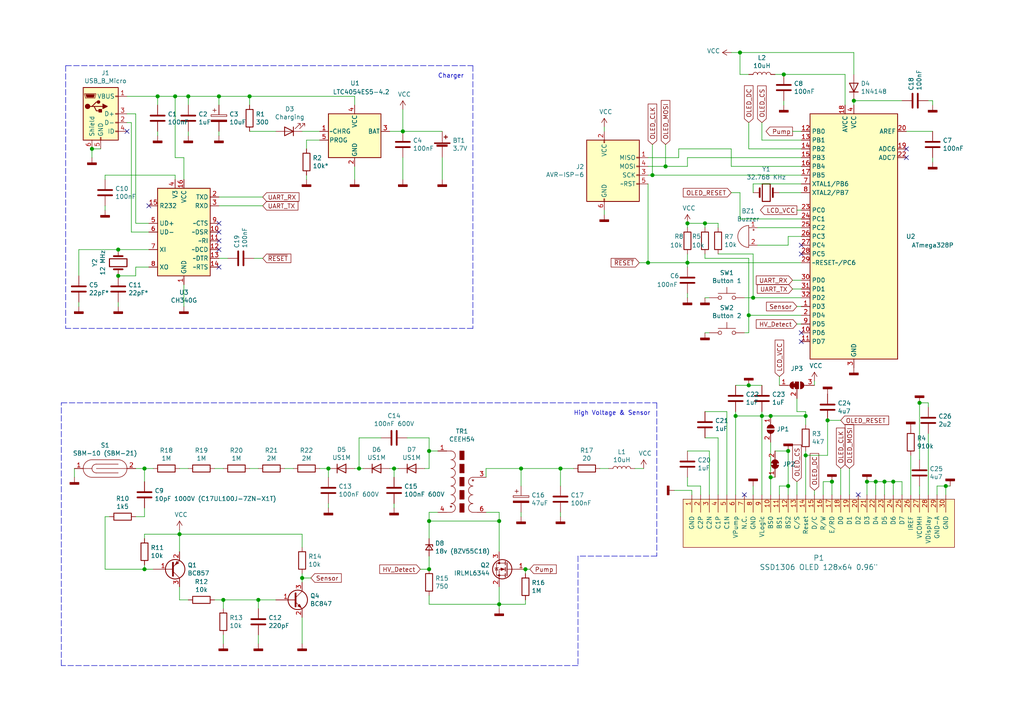
<source format=kicad_sch>
(kicad_sch (version 20210621) (generator eeschema)
  (paper "A4")
  (title_block (title "Nanit") (date "2021-07-26") (rev "C") (comment 1 "https://github.com/nanit") (comment 2 "PCB by Andy Karpov") (comment 3 "Original project by MadOrc"))
  (junction (at 26.67 43.18) (diameter 1.016))
  (junction (at 34.29 72.39) (diameter 1.016))
  (junction (at 34.29 80.01) (diameter 1.016))
  (junction (at 41.91 135.89) (diameter 1.016))
  (junction (at 41.91 165.1) (diameter 1.016))
  (junction (at 45.72 27.94) (diameter 1.016))
  (junction (at 50.8 27.94) (diameter 1.016))
  (junction (at 52.07 154.94) (diameter 1.016))
  (junction (at 54.61 27.94) (diameter 1.016))
  (junction (at 63.5 27.94) (diameter 1.016))
  (junction (at 64.77 173.99) (diameter 1.016))
  (junction (at 72.39 27.94) (diameter 1.016))
  (junction (at 74.93 173.99) (diameter 1.016))
  (junction (at 87.63 167.64) (diameter 1.016))
  (junction (at 95.25 135.89) (diameter 1.016))
  (junction (at 104.14 135.89) (diameter 1.016))
  (junction (at 114.3 135.89) (diameter 1.016))
  (junction (at 116.84 38.1) (diameter 1.016))
  (junction (at 124.46 130.81) (diameter 1.016))
  (junction (at 124.46 151.13) (diameter 1.016))
  (junction (at 124.46 165.1) (diameter 1.016))
  (junction (at 144.78 151.13) (diameter 1.016))
  (junction (at 144.78 175.26) (diameter 1.016))
  (junction (at 151.13 135.89) (diameter 1.016))
  (junction (at 152.4 165.1) (diameter 1.016))
  (junction (at 162.56 135.89) (diameter 1.016))
  (junction (at 187.96 76.2) (diameter 1.016))
  (junction (at 189.23 50.8) (diameter 1.016))
  (junction (at 193.04 48.26) (diameter 1.016))
  (junction (at 199.39 64.77) (diameter 1.016))
  (junction (at 199.39 76.2) (diameter 1.016))
  (junction (at 204.47 64.77) (diameter 1.016))
  (junction (at 213.36 120.65) (diameter 1.016))
  (junction (at 214.63 15.24) (diameter 1.016))
  (junction (at 217.17 91.44) (diameter 1.016))
  (junction (at 217.17 111.76) (diameter 1.016))
  (junction (at 218.44 86.36) (diameter 1.016))
  (junction (at 220.98 120.65) (diameter 1.016))
  (junction (at 223.52 120.65) (diameter 1.016))
  (junction (at 223.52 138.43) (diameter 1.016))
  (junction (at 227.33 21.59) (diameter 1.016))
  (junction (at 228.6 130.81) (diameter 1.016))
  (junction (at 228.6 140.97) (diameter 1.016))
  (junction (at 233.68 120.65) (diameter 1.016))
  (junction (at 233.68 132.08) (diameter 1.016))
  (junction (at 240.03 121.92) (diameter 1.016))
  (junction (at 241.3 139.7) (diameter 1.016))
  (junction (at 247.65 29.21) (diameter 1.016))
  (junction (at 251.46 139.7) (diameter 1.016))
  (junction (at 254 139.7) (diameter 1.016))
  (junction (at 256.54 139.7) (diameter 1.016))
  (junction (at 259.08 139.7) (diameter 1.016))
  (junction (at 266.7 116.84) (diameter 1.016))
  (junction (at 274.32 140.97) (diameter 1.016))
  (no_connect (at 36.83 38.1))
  (no_connect (at 43.18 59.69))
  (no_connect (at 63.5 64.77))
  (no_connect (at 63.5 67.31))
  (no_connect (at 63.5 69.85))
  (no_connect (at 63.5 72.39))
  (no_connect (at 63.5 77.47))
  (no_connect (at 215.9 143.51))
  (no_connect (at 232.41 71.12))
  (no_connect (at 232.41 73.66))
  (no_connect (at 232.41 96.52))
  (no_connect (at 232.41 99.06))
  (no_connect (at 248.92 143.51))
  (no_connect (at 262.89 43.18))
  (no_connect (at 262.89 45.72))
  (wire (pts (xy 21.59 135.89) (xy 21.59 138.43)))
  (wire (pts (xy 22.86 72.39) (xy 34.29 72.39)))
  (wire (pts (xy 22.86 80.01) (xy 22.86 72.39)))
  (wire (pts (xy 22.86 88.9) (xy 22.86 87.63)))
  (wire (pts (xy 26.67 45.72) (xy 26.67 43.18)))
  (wire (pts (xy 29.21 43.18) (xy 26.67 43.18)))
  (wire (pts (xy 30.48 50.8) (xy 50.8 50.8)))
  (wire (pts (xy 30.48 52.07) (xy 30.48 50.8)))
  (wire (pts (xy 30.48 60.96) (xy 30.48 59.69)))
  (wire (pts (xy 30.48 149.86) (xy 30.48 165.1)))
  (wire (pts (xy 30.48 165.1) (xy 41.91 165.1)))
  (wire (pts (xy 31.75 149.86) (xy 30.48 149.86)))
  (wire (pts (xy 34.29 72.39) (xy 43.18 72.39)))
  (wire (pts (xy 34.29 80.01) (xy 39.37 80.01)))
  (wire (pts (xy 34.29 88.9) (xy 34.29 87.63)))
  (wire (pts (xy 36.83 27.94) (xy 45.72 27.94)))
  (wire (pts (xy 36.83 33.02) (xy 39.37 33.02)))
  (wire (pts (xy 36.83 35.56) (xy 38.1 35.56)))
  (wire (pts (xy 38.1 35.56) (xy 38.1 67.31)))
  (wire (pts (xy 38.1 67.31) (xy 43.18 67.31)))
  (wire (pts (xy 39.37 33.02) (xy 39.37 64.77)))
  (wire (pts (xy 39.37 64.77) (xy 43.18 64.77)))
  (wire (pts (xy 39.37 77.47) (xy 43.18 77.47)))
  (wire (pts (xy 39.37 80.01) (xy 39.37 77.47)))
  (wire (pts (xy 39.37 135.89) (xy 41.91 135.89)))
  (wire (pts (xy 41.91 135.89) (xy 44.45 135.89)))
  (wire (pts (xy 41.91 139.7) (xy 41.91 135.89)))
  (wire (pts (xy 41.91 147.32) (xy 41.91 149.86)))
  (wire (pts (xy 41.91 149.86) (xy 39.37 149.86)))
  (wire (pts (xy 41.91 154.94) (xy 52.07 154.94)))
  (wire (pts (xy 41.91 156.21) (xy 41.91 154.94)))
  (wire (pts (xy 41.91 163.83) (xy 41.91 165.1)))
  (wire (pts (xy 41.91 165.1) (xy 44.45 165.1)))
  (wire (pts (xy 45.72 27.94) (xy 45.72 30.48)))
  (wire (pts (xy 45.72 27.94) (xy 50.8 27.94)))
  (wire (pts (xy 45.72 39.37) (xy 45.72 38.1)))
  (wire (pts (xy 50.8 27.94) (xy 54.61 27.94)))
  (wire (pts (xy 50.8 45.72) (xy 50.8 27.94)))
  (wire (pts (xy 50.8 50.8) (xy 50.8 52.07)))
  (wire (pts (xy 52.07 135.89) (xy 54.61 135.89)))
  (wire (pts (xy 52.07 153.67) (xy 52.07 154.94)))
  (wire (pts (xy 52.07 154.94) (xy 52.07 160.02)))
  (wire (pts (xy 52.07 154.94) (xy 87.63 154.94)))
  (wire (pts (xy 52.07 170.18) (xy 52.07 173.99)))
  (wire (pts (xy 52.07 173.99) (xy 54.61 173.99)))
  (wire (pts (xy 53.34 45.72) (xy 50.8 45.72)))
  (wire (pts (xy 53.34 52.07) (xy 53.34 45.72)))
  (wire (pts (xy 53.34 82.55) (xy 53.34 88.9)))
  (wire (pts (xy 54.61 27.94) (xy 63.5 27.94)))
  (wire (pts (xy 54.61 30.48) (xy 54.61 27.94)))
  (wire (pts (xy 54.61 39.37) (xy 54.61 38.1)))
  (wire (pts (xy 62.23 135.89) (xy 64.77 135.89)))
  (wire (pts (xy 62.23 173.99) (xy 64.77 173.99)))
  (wire (pts (xy 63.5 27.94) (xy 72.39 27.94)))
  (wire (pts (xy 63.5 30.48) (xy 63.5 27.94)))
  (wire (pts (xy 63.5 39.37) (xy 63.5 38.1)))
  (wire (pts (xy 63.5 57.15) (xy 76.2 57.15)))
  (wire (pts (xy 63.5 59.69) (xy 76.2 59.69)))
  (wire (pts (xy 63.5 74.93) (xy 66.04 74.93)))
  (wire (pts (xy 64.77 173.99) (xy 74.93 173.99)))
  (wire (pts (xy 64.77 176.53) (xy 64.77 173.99)))
  (wire (pts (xy 64.77 186.69) (xy 64.77 184.15)))
  (wire (pts (xy 72.39 27.94) (xy 102.87 27.94)))
  (wire (pts (xy 72.39 30.48) (xy 72.39 27.94)))
  (wire (pts (xy 72.39 38.1) (xy 80.01 38.1)))
  (wire (pts (xy 72.39 135.89) (xy 74.93 135.89)))
  (wire (pts (xy 73.66 74.93) (xy 76.2 74.93)))
  (wire (pts (xy 74.93 173.99) (xy 80.01 173.99)))
  (wire (pts (xy 74.93 176.53) (xy 74.93 173.99)))
  (wire (pts (xy 74.93 186.69) (xy 74.93 184.15)))
  (wire (pts (xy 82.55 135.89) (xy 85.09 135.89)))
  (wire (pts (xy 87.63 38.1) (xy 92.71 38.1)))
  (wire (pts (xy 87.63 154.94) (xy 87.63 158.75)))
  (wire (pts (xy 87.63 166.37) (xy 87.63 167.64)))
  (wire (pts (xy 87.63 167.64) (xy 87.63 168.91)))
  (wire (pts (xy 87.63 179.07) (xy 87.63 186.69)))
  (wire (pts (xy 88.9 40.64) (xy 88.9 43.18)))
  (wire (pts (xy 88.9 52.07) (xy 88.9 50.8)))
  (wire (pts (xy 90.17 167.64) (xy 87.63 167.64)))
  (wire (pts (xy 92.71 40.64) (xy 88.9 40.64)))
  (wire (pts (xy 92.71 135.89) (xy 95.25 135.89)))
  (wire (pts (xy 95.25 138.43) (xy 95.25 135.89)))
  (wire (pts (xy 95.25 147.32) (xy 95.25 146.05)))
  (wire (pts (xy 102.87 27.94) (xy 102.87 30.48)))
  (wire (pts (xy 102.87 48.26) (xy 102.87 52.07)))
  (wire (pts (xy 102.87 135.89) (xy 104.14 135.89)))
  (wire (pts (xy 104.14 127) (xy 104.14 135.89)))
  (wire (pts (xy 104.14 135.89) (xy 105.41 135.89)))
  (wire (pts (xy 110.49 127) (xy 104.14 127)))
  (wire (pts (xy 113.03 38.1) (xy 116.84 38.1)))
  (wire (pts (xy 113.03 135.89) (xy 114.3 135.89)))
  (wire (pts (xy 114.3 135.89) (xy 115.57 135.89)))
  (wire (pts (xy 114.3 138.43) (xy 114.3 135.89)))
  (wire (pts (xy 114.3 147.32) (xy 114.3 146.05)))
  (wire (pts (xy 116.84 31.75) (xy 116.84 38.1)))
  (wire (pts (xy 116.84 38.1) (xy 128.27 38.1)))
  (wire (pts (xy 116.84 52.07) (xy 116.84 45.72)))
  (wire (pts (xy 118.11 127) (xy 124.46 127)))
  (wire (pts (xy 121.92 165.1) (xy 124.46 165.1)))
  (wire (pts (xy 123.19 135.89) (xy 124.46 135.89)))
  (wire (pts (xy 124.46 127) (xy 124.46 130.81)))
  (wire (pts (xy 124.46 130.81) (xy 124.46 135.89)))
  (wire (pts (xy 124.46 148.59) (xy 127 148.59)))
  (wire (pts (xy 124.46 151.13) (xy 124.46 148.59)))
  (wire (pts (xy 124.46 151.13) (xy 144.78 151.13)))
  (wire (pts (xy 124.46 156.21) (xy 124.46 151.13)))
  (wire (pts (xy 124.46 165.1) (xy 124.46 161.29)))
  (wire (pts (xy 124.46 172.72) (xy 124.46 175.26)))
  (wire (pts (xy 124.46 175.26) (xy 144.78 175.26)))
  (wire (pts (xy 127 130.81) (xy 124.46 130.81)))
  (wire (pts (xy 128.27 45.72) (xy 128.27 52.07)))
  (wire (pts (xy 140.97 135.89) (xy 140.97 138.43)))
  (wire (pts (xy 140.97 148.59) (xy 144.78 148.59)))
  (wire (pts (xy 144.78 148.59) (xy 144.78 151.13)))
  (wire (pts (xy 144.78 151.13) (xy 144.78 160.02)))
  (wire (pts (xy 144.78 170.18) (xy 144.78 175.26)))
  (wire (pts (xy 144.78 175.26) (xy 152.4 175.26)))
  (wire (pts (xy 144.78 176.53) (xy 144.78 175.26)))
  (wire (pts (xy 151.13 135.89) (xy 140.97 135.89)))
  (wire (pts (xy 151.13 135.89) (xy 162.56 135.89)))
  (wire (pts (xy 151.13 140.97) (xy 151.13 135.89)))
  (wire (pts (xy 151.13 149.86) (xy 151.13 148.59)))
  (wire (pts (xy 152.4 165.1) (xy 152.4 166.37)))
  (wire (pts (xy 152.4 175.26) (xy 152.4 173.99)))
  (wire (pts (xy 153.67 165.1) (xy 152.4 165.1)))
  (wire (pts (xy 162.56 135.89) (xy 166.37 135.89)))
  (wire (pts (xy 162.56 140.97) (xy 162.56 135.89)))
  (wire (pts (xy 162.56 149.86) (xy 162.56 148.59)))
  (wire (pts (xy 173.99 135.89) (xy 176.53 135.89)))
  (wire (pts (xy 175.26 38.1) (xy 175.26 36.83)))
  (wire (pts (xy 175.26 62.23) (xy 175.26 60.96)))
  (wire (pts (xy 184.15 135.89) (xy 186.69 135.89)))
  (wire (pts (xy 185.42 76.2) (xy 187.96 76.2)))
  (wire (pts (xy 187.96 45.72) (xy 196.85 45.72)))
  (wire (pts (xy 187.96 48.26) (xy 193.04 48.26)))
  (wire (pts (xy 187.96 50.8) (xy 189.23 50.8)))
  (wire (pts (xy 187.96 53.34) (xy 187.96 76.2)))
  (wire (pts (xy 187.96 76.2) (xy 199.39 76.2)))
  (wire (pts (xy 189.23 41.91) (xy 189.23 50.8)))
  (wire (pts (xy 189.23 50.8) (xy 232.41 50.8)))
  (wire (pts (xy 193.04 41.91) (xy 193.04 48.26)))
  (wire (pts (xy 193.04 48.26) (xy 199.39 48.26)))
  (wire (pts (xy 195.58 142.24) (xy 200.66 142.24)))
  (wire (pts (xy 196.85 43.18) (xy 212.09 43.18)))
  (wire (pts (xy 196.85 45.72) (xy 196.85 43.18)))
  (wire (pts (xy 199.39 45.72) (xy 232.41 45.72)))
  (wire (pts (xy 199.39 48.26) (xy 199.39 45.72)))
  (wire (pts (xy 199.39 66.04) (xy 199.39 64.77)))
  (wire (pts (xy 199.39 76.2) (xy 199.39 73.66)))
  (wire (pts (xy 199.39 77.47) (xy 199.39 76.2)))
  (wire (pts (xy 199.39 86.36) (xy 199.39 85.09)))
  (wire (pts (xy 199.39 130.81) (xy 205.74 130.81)))
  (wire (pts (xy 199.39 138.43) (xy 199.39 140.97)))
  (wire (pts (xy 199.39 140.97) (xy 203.2 140.97)))
  (wire (pts (xy 200.66 142.24) (xy 200.66 143.51)))
  (wire (pts (xy 203.2 140.97) (xy 203.2 143.51)))
  (wire (pts (xy 204.47 64.77) (xy 199.39 64.77)))
  (wire (pts (xy 204.47 66.04) (xy 204.47 64.77)))
  (wire (pts (xy 204.47 73.66) (xy 204.47 74.93)))
  (wire (pts (xy 204.47 74.93) (xy 217.17 74.93)))
  (wire (pts (xy 204.47 86.36) (xy 205.74 86.36)))
  (wire (pts (xy 204.47 96.52) (xy 205.74 96.52)))
  (wire (pts (xy 204.47 119.38) (xy 210.82 119.38)))
  (wire (pts (xy 204.47 127) (xy 208.28 127)))
  (wire (pts (xy 205.74 130.81) (xy 205.74 143.51)))
  (wire (pts (xy 208.28 64.77) (xy 204.47 64.77)))
  (wire (pts (xy 208.28 66.04) (xy 208.28 64.77)))
  (wire (pts (xy 208.28 127) (xy 208.28 143.51)))
  (wire (pts (xy 210.82 119.38) (xy 210.82 143.51)))
  (wire (pts (xy 212.09 15.24) (xy 214.63 15.24)))
  (wire (pts (xy 212.09 43.18) (xy 212.09 48.26)))
  (wire (pts (xy 212.09 48.26) (xy 232.41 48.26)))
  (wire (pts (xy 213.36 111.76) (xy 217.17 111.76)))
  (wire (pts (xy 213.36 119.38) (xy 213.36 120.65)))
  (wire (pts (xy 213.36 120.65) (xy 213.36 143.51)))
  (wire (pts (xy 214.63 15.24) (xy 214.63 21.59)))
  (wire (pts (xy 214.63 21.59) (xy 217.17 21.59)))
  (wire (pts (xy 214.63 55.88) (xy 212.09 55.88)))
  (wire (pts (xy 214.63 63.5) (xy 214.63 55.88)))
  (wire (pts (xy 214.63 63.5) (xy 232.41 63.5)))
  (wire (pts (xy 215.9 86.36) (xy 218.44 86.36)))
  (wire (pts (xy 217.17 35.56) (xy 217.17 43.18)))
  (wire (pts (xy 217.17 43.18) (xy 232.41 43.18)))
  (wire (pts (xy 217.17 74.93) (xy 217.17 91.44)))
  (wire (pts (xy 217.17 91.44) (xy 217.17 96.52)))
  (wire (pts (xy 217.17 91.44) (xy 232.41 91.44)))
  (wire (pts (xy 217.17 96.52) (xy 215.9 96.52)))
  (wire (pts (xy 217.17 111.76) (xy 220.98 111.76)))
  (wire (pts (xy 218.44 53.34) (xy 232.41 53.34)))
  (wire (pts (xy 218.44 55.88) (xy 218.44 53.34)))
  (wire (pts (xy 218.44 73.66) (xy 208.28 73.66)))
  (wire (pts (xy 218.44 86.36) (xy 218.44 73.66)))
  (wire (pts (xy 218.44 86.36) (xy 232.41 86.36)))
  (wire (pts (xy 218.44 140.97) (xy 218.44 143.51)))
  (wire (pts (xy 219.71 66.04) (xy 232.41 66.04)))
  (wire (pts (xy 219.71 71.12) (xy 228.6 71.12)))
  (wire (pts (xy 220.98 35.56) (xy 220.98 40.64)))
  (wire (pts (xy 220.98 40.64) (xy 232.41 40.64)))
  (wire (pts (xy 220.98 119.38) (xy 220.98 120.65)))
  (wire (pts (xy 220.98 120.65) (xy 213.36 120.65)))
  (wire (pts (xy 220.98 120.65) (xy 220.98 143.51)))
  (wire (pts (xy 223.52 120.65) (xy 220.98 120.65)))
  (wire (pts (xy 223.52 120.65) (xy 233.68 120.65)))
  (wire (pts (xy 223.52 128.27) (xy 223.52 138.43)))
  (wire (pts (xy 223.52 138.43) (xy 223.52 143.51)))
  (wire (pts (xy 224.79 21.59) (xy 227.33 21.59)))
  (wire (pts (xy 224.79 130.81) (xy 228.6 130.81)))
  (wire (pts (xy 224.79 138.43) (xy 223.52 138.43)))
  (wire (pts (xy 226.06 55.88) (xy 232.41 55.88)))
  (wire (pts (xy 226.06 109.22) (xy 226.06 111.76)))
  (wire (pts (xy 226.06 140.97) (xy 228.6 140.97)))
  (wire (pts (xy 226.06 143.51) (xy 226.06 140.97)))
  (wire (pts (xy 227.33 21.59) (xy 245.11 21.59)))
  (wire (pts (xy 227.33 29.21) (xy 227.33 30.48)))
  (wire (pts (xy 228.6 68.58) (xy 232.41 68.58)))
  (wire (pts (xy 228.6 71.12) (xy 228.6 68.58)))
  (wire (pts (xy 228.6 130.81) (xy 228.6 140.97)))
  (wire (pts (xy 228.6 140.97) (xy 228.6 143.51)))
  (wire (pts (xy 229.87 38.1) (xy 232.41 38.1)))
  (wire (pts (xy 229.87 81.28) (xy 232.41 81.28)))
  (wire (pts (xy 229.87 83.82) (xy 232.41 83.82)))
  (wire (pts (xy 231.14 60.96) (xy 232.41 60.96)))
  (wire (pts (xy 231.14 88.9) (xy 232.41 88.9)))
  (wire (pts (xy 231.14 93.98) (xy 232.41 93.98)))
  (wire (pts (xy 231.14 115.57) (xy 231.14 119.38)))
  (wire (pts (xy 231.14 119.38) (xy 233.68 119.38)))
  (wire (pts (xy 231.14 139.7) (xy 231.14 143.51)))
  (wire (pts (xy 232.41 76.2) (xy 199.39 76.2)))
  (wire (pts (xy 233.68 119.38) (xy 233.68 120.65)))
  (wire (pts (xy 233.68 120.65) (xy 233.68 123.19)))
  (wire (pts (xy 233.68 130.81) (xy 233.68 132.08)))
  (wire (pts (xy 233.68 132.08) (xy 233.68 143.51)))
  (wire (pts (xy 236.22 110.49) (xy 236.22 111.76)))
  (wire (pts (xy 236.22 142.24) (xy 236.22 143.51)))
  (wire (pts (xy 238.76 139.7) (xy 241.3 139.7)))
  (wire (pts (xy 238.76 143.51) (xy 238.76 139.7)))
  (wire (pts (xy 240.03 121.92) (xy 240.03 132.08)))
  (wire (pts (xy 240.03 132.08) (xy 233.68 132.08)))
  (wire (pts (xy 241.3 139.7) (xy 241.3 143.51)))
  (wire (pts (xy 243.84 121.92) (xy 240.03 121.92)))
  (wire (pts (xy 243.84 135.89) (xy 243.84 143.51)))
  (wire (pts (xy 245.11 21.59) (xy 245.11 30.48)))
  (wire (pts (xy 246.38 135.89) (xy 246.38 143.51)))
  (wire (pts (xy 247.65 15.24) (xy 214.63 15.24)))
  (wire (pts (xy 247.65 21.59) (xy 247.65 15.24)))
  (wire (pts (xy 247.65 30.48) (xy 247.65 29.21)))
  (wire (pts (xy 251.46 139.7) (xy 254 139.7)))
  (wire (pts (xy 251.46 143.51) (xy 251.46 139.7)))
  (wire (pts (xy 254 139.7) (xy 254 143.51)))
  (wire (pts (xy 254 139.7) (xy 256.54 139.7)))
  (wire (pts (xy 256.54 139.7) (xy 256.54 143.51)))
  (wire (pts (xy 256.54 139.7) (xy 259.08 139.7)))
  (wire (pts (xy 259.08 139.7) (xy 259.08 143.51)))
  (wire (pts (xy 259.08 139.7) (xy 261.62 139.7)))
  (wire (pts (xy 261.62 29.21) (xy 247.65 29.21)))
  (wire (pts (xy 261.62 139.7) (xy 261.62 143.51)))
  (wire (pts (xy 262.89 38.1) (xy 270.51 38.1)))
  (wire (pts (xy 264.16 132.08) (xy 264.16 143.51)))
  (wire (pts (xy 266.7 116.84) (xy 266.7 133.35)))
  (wire (pts (xy 266.7 116.84) (xy 269.24 116.84)))
  (wire (pts (xy 266.7 140.97) (xy 266.7 143.51)))
  (wire (pts (xy 269.24 29.21) (xy 270.51 29.21)))
  (wire (pts (xy 269.24 116.84) (xy 269.24 118.11)))
  (wire (pts (xy 269.24 125.73) (xy 269.24 143.51)))
  (wire (pts (xy 270.51 29.21) (xy 270.51 30.48)))
  (wire (pts (xy 270.51 46.99) (xy 270.51 45.72)))
  (wire (pts (xy 271.78 140.97) (xy 274.32 140.97)))
  (wire (pts (xy 271.78 143.51) (xy 271.78 140.97)))
  (wire (pts (xy 274.32 140.97) (xy 275.59 140.97)))
  (wire (pts (xy 274.32 143.51) (xy 274.32 140.97)))
  (polyline (pts (xy 17.78 116.84) (xy 190.5 116.84)) (stroke (width 0) (type dash)))
  (polyline (pts (xy 17.78 193.04) (xy 17.78 116.84)) (stroke (width 0) (type dash)))
  (polyline (pts (xy 19.05 19.05) (xy 19.05 95.25)) (stroke (width 0) (type dash)))
  (polyline (pts (xy 19.05 19.05) (xy 137.16 19.05)) (stroke (width 0) (type dash)))
  (polyline (pts (xy 137.16 19.05) (xy 137.16 95.25)) (stroke (width 0) (type dash)))
  (polyline (pts (xy 137.16 95.25) (xy 19.05 95.25)) (stroke (width 0) (type dash)))
  (polyline (pts (xy 167.64 161.29) (xy 167.64 193.04)) (stroke (width 0) (type dash)))
  (polyline (pts (xy 167.64 193.04) (xy 17.78 193.04)) (stroke (width 0) (type dash)))
  (polyline (pts (xy 190.5 116.84) (xy 190.5 161.29)) (stroke (width 0) (type dash)))
  (polyline (pts (xy 190.5 161.29) (xy 167.64 161.29)) (stroke (width 0) (type dash)))
  (text "Charger" (at 127 22.86 0) (effects (font (size 1.27 1.27)) (justify left bottom)))
  (text "High Voltage & Sensor\n" (at 166.37 120.65 0) (effects (font (size 1.27 1.27)) (justify left bottom)))
  (global_label "UART_RX" (shape input) (at 76.2 57.15 0) (property "Intersheet References" "${INTERSHEET_REFS}" (effects hide)))
  (global_label "UART_TX" (shape input) (at 76.2 59.69 0) (property "Intersheet References" "${INTERSHEET_REFS}" (effects hide)))
  (global_label "~{RESET}" (shape input) (at 76.2 74.93 0) (property "Intersheet References" "${INTERSHEET_REFS}" (effects hide)))
  (global_label "Sensor" (shape input) (at 90.17 167.64 0) (property "Intersheet References" "${INTERSHEET_REFS}" (effects hide)))
  (global_label "HV_Detect" (shape input) (at 121.92 165.1 180) (property "Intersheet References" "${INTERSHEET_REFS}" (effects hide)))
  (global_label "Pump" (shape input) (at 153.67 165.1 0) (property "Intersheet References" "${INTERSHEET_REFS}" (effects hide)))
  (global_label "~{RESET}" (shape input) (at 185.42 76.2 180) (property "Intersheet References" "${INTERSHEET_REFS}" (effects hide)))
  (global_label "OLED_CLK" (shape input) (at 189.23 41.91 90) (property "Intersheet References" "${INTERSHEET_REFS}" (effects hide)))
  (global_label "OLED_MOSI" (shape input) (at 193.04 41.91 90) (property "Intersheet References" "${INTERSHEET_REFS}" (effects hide)))
  (global_label "OLED_RESET" (shape input) (at 212.09 55.88 180) (property "Intersheet References" "${INTERSHEET_REFS}" (effects hide)))
  (global_label "OLED_DC" (shape input) (at 217.17 35.56 90) (property "Intersheet References" "${INTERSHEET_REFS}" (effects hide)))
  (global_label "OLED_CS" (shape input) (at 220.98 35.56 90) (property "Intersheet References" "${INTERSHEET_REFS}" (effects hide)))
  (global_label "LCD_VCC" (shape input) (at 226.06 109.22 90) (property "Intersheet References" "${INTERSHEET_REFS}" (effects hide)))
  (global_label "Pump" (shape output) (at 229.87 38.1 180) (property "Intersheet References" "${INTERSHEET_REFS}" (effects hide)))
  (global_label "UART_RX" (shape input) (at 229.87 81.28 180) (property "Intersheet References" "${INTERSHEET_REFS}" (effects hide)))
  (global_label "UART_TX" (shape input) (at 229.87 83.82 180) (property "Intersheet References" "${INTERSHEET_REFS}" (effects hide)))
  (global_label "LCD_VCC" (shape output) (at 231.14 60.96 180) (property "Intersheet References" "${INTERSHEET_REFS}" (effects hide)))
  (global_label "Sensor" (shape input) (at 231.14 88.9 180) (property "Intersheet References" "${INTERSHEET_REFS}" (effects hide)))
  (global_label "HV_Detect" (shape input) (at 231.14 93.98 180) (property "Intersheet References" "${INTERSHEET_REFS}" (effects hide)))
  (global_label "OLED_CS" (shape input) (at 231.14 139.7 90) (property "Intersheet References" "${INTERSHEET_REFS}" (effects hide)))
  (global_label "OLED_DC" (shape input) (at 236.22 142.24 90) (property "Intersheet References" "${INTERSHEET_REFS}" (effects hide)))
  (global_label "OLED_RESET" (shape input) (at 243.84 121.92 0) (property "Intersheet References" "${INTERSHEET_REFS}" (effects hide)))
  (global_label "OLED_CLK" (shape input) (at 243.84 135.89 90) (property "Intersheet References" "${INTERSHEET_REFS}" (effects hide)))
  (global_label "OLED_MOSI" (shape input) (at 246.38 135.89 90) (property "Intersheet References" "${INTERSHEET_REFS}" (effects hide)))
  (symbol (lib_id "power:VCC") (at 52.07 153.67 0) (unit 1)
    (property "Reference" "#PWR0113" (effects hide))
    (property "Value" "VCC" (at 52.5018 149.2758 0))
  )
  (symbol (lib_id "power:VCC") (at 116.84 31.75 0) (unit 1)
    (property "Reference" "#PWR0108" (effects hide))
    (property "Value" "VCC" (at 117.2718 27.3558 0))
  )
  (symbol (lib_id "power:VCC") (at 175.26 36.83 0) (unit 1)
    (property "Reference" "#PWR0134" (effects hide))
    (property "Value" "VCC" (at 175.6918 32.4358 0))
  )
  (symbol (lib_id "power:VCC") (at 186.69 135.89 0) (unit 1)
    (property "Reference" "#PWR0122" (effects hide))
    (property "Value" "VCC" (at 187.1218 131.4958 0))
  )
  (symbol (lib_id "power:VCC") (at 199.39 64.77 0) (unit 1)
    (property "Reference" "#PWR0127" (effects hide))
    (property "Value" "VCC" (at 199.8218 60.3758 0))
  )
  (symbol (lib_id "power:VCC") (at 212.09 15.24 90) (unit 1)
    (property "Reference" "#PWR0125" (effects hide))
    (property "Value" "VCC" (at 208.8642 14.7828 90) (effects (justify left)))
  )
  (symbol (lib_id "power:VCC") (at 236.22 110.49 0) (unit 1)
    (property "Reference" "#PWR0139" (effects hide))
    (property "Value" "VCC" (at 236.6518 106.0958 0))
  )
  (symbol (lib_id "power:GNDD") (at 21.59 138.43 0) (unit 1)
    (property "Reference" "#PWR0112" (effects hide))
    (property "Value" "GNDD" (effects hide))
  )
  (symbol (lib_id "power:GNDD") (at 22.86 88.9 0) (unit 1)
    (property "Reference" "#PWR0111" (effects hide))
    (property "Value" "GNDD" (effects hide))
  )
  (symbol (lib_id "power:GNDD") (at 26.67 45.72 0) (unit 1)
    (property "Reference" "#PWR0101" (effects hide))
    (property "Value" "GNDD" (effects hide))
  )
  (symbol (lib_id "power:GNDD") (at 30.48 60.96 0) (unit 1)
    (property "Reference" "#PWR0110" (effects hide))
    (property "Value" "GNDD" (effects hide))
  )
  (symbol (lib_id "power:GNDD") (at 34.29 88.9 0) (unit 1)
    (property "Reference" "#PWR0131" (effects hide))
    (property "Value" "GNDD" (effects hide))
  )
  (symbol (lib_id "power:GNDD") (at 45.72 39.37 0) (unit 1)
    (property "Reference" "#PWR0103" (effects hide))
    (property "Value" "GNDD" (effects hide))
  )
  (symbol (lib_id "power:GNDD") (at 53.34 88.9 0) (unit 1)
    (property "Reference" "#PWR0132" (effects hide))
    (property "Value" "GNDD" (effects hide))
  )
  (symbol (lib_id "power:GNDD") (at 54.61 39.37 0) (unit 1)
    (property "Reference" "#PWR0104" (effects hide))
    (property "Value" "GNDD" (effects hide))
  )
  (symbol (lib_id "power:GNDD") (at 63.5 39.37 0) (unit 1)
    (property "Reference" "#PWR0105" (effects hide))
    (property "Value" "GNDD" (effects hide))
  )
  (symbol (lib_id "power:GNDD") (at 64.77 186.69 0) (unit 1)
    (property "Reference" "#PWR0114" (effects hide))
    (property "Value" "GNDD" (effects hide))
  )
  (symbol (lib_id "power:GNDD") (at 74.93 186.69 0) (unit 1)
    (property "Reference" "#PWR0115" (effects hide))
    (property "Value" "GNDD" (effects hide))
  )
  (symbol (lib_id "power:GNDD") (at 87.63 186.69 0) (unit 1)
    (property "Reference" "#PWR0116" (effects hide))
    (property "Value" "GNDD" (effects hide))
  )
  (symbol (lib_id "power:GNDD") (at 88.9 52.07 0) (unit 1)
    (property "Reference" "#PWR0102" (effects hide))
    (property "Value" "GNDD" (effects hide))
  )
  (symbol (lib_id "power:GNDD") (at 95.25 147.32 0) (unit 1)
    (property "Reference" "#PWR0117" (effects hide))
    (property "Value" "GNDD" (effects hide))
  )
  (symbol (lib_id "power:GNDD") (at 102.87 52.07 0) (unit 1)
    (property "Reference" "#PWR0106" (effects hide))
    (property "Value" "GNDD" (effects hide))
  )
  (symbol (lib_id "power:GNDD") (at 114.3 147.32 0) (unit 1)
    (property "Reference" "#PWR0118" (effects hide))
    (property "Value" "GNDD" (effects hide))
  )
  (symbol (lib_id "power:GNDD") (at 116.84 52.07 0) (unit 1)
    (property "Reference" "#PWR0107" (effects hide))
    (property "Value" "GNDD" (effects hide))
  )
  (symbol (lib_id "power:GNDD") (at 128.27 52.07 0) (unit 1)
    (property "Reference" "#PWR0109" (effects hide))
    (property "Value" "GNDD" (effects hide))
  )
  (symbol (lib_id "power:GNDD") (at 144.78 176.53 0) (unit 1)
    (property "Reference" "#PWR0119" (effects hide))
    (property "Value" "GNDD" (effects hide))
  )
  (symbol (lib_id "power:GNDD") (at 151.13 149.86 0) (unit 1)
    (property "Reference" "#PWR0120" (effects hide))
    (property "Value" "GNDD" (effects hide))
  )
  (symbol (lib_id "power:GNDD") (at 162.56 149.86 0) (unit 1)
    (property "Reference" "#PWR0121" (effects hide))
    (property "Value" "GNDD" (effects hide))
  )
  (symbol (lib_id "power:GNDD") (at 175.26 62.23 0) (unit 1)
    (property "Reference" "#PWR0133" (effects hide))
    (property "Value" "GNDD" (effects hide))
  )
  (symbol (lib_id "power:GNDD") (at 195.58 142.24 270) (unit 1)
    (property "Reference" "#PWR0135" (effects hide))
    (property "Value" "GNDD" (effects hide))
  )
  (symbol (lib_id "power:GNDD") (at 199.39 86.36 0) (unit 1)
    (property "Reference" "#PWR0128" (effects hide))
    (property "Value" "GNDD" (effects hide))
  )
  (symbol (lib_id "power:GNDD") (at 204.47 86.36 0) (unit 1)
    (property "Reference" "#PWR0130" (effects hide))
    (property "Value" "GNDD" (effects hide))
  )
  (symbol (lib_id "power:GNDD") (at 204.47 96.52 0) (unit 1)
    (property "Reference" "#PWR0129" (effects hide))
    (property "Value" "GNDD" (effects hide))
  )
  (symbol (lib_id "power:GNDD") (at 217.17 111.76 180) (unit 1)
    (property "Reference" "#PWR0136" (effects hide))
    (property "Value" "GNDD" (effects hide))
  )
  (symbol (lib_id "power:GNDD") (at 218.44 140.97 180) (unit 1)
    (property "Reference" "#PWR0138" (effects hide))
    (property "Value" "GNDD" (effects hide))
  )
  (symbol (lib_id "power:GNDD") (at 227.33 30.48 0) (unit 1)
    (property "Reference" "#PWR0124" (effects hide))
    (property "Value" "GNDD" (effects hide))
  )
  (symbol (lib_id "power:GNDD") (at 228.6 130.81 180) (unit 1)
    (property "Reference" "#PWR0141" (effects hide))
    (property "Value" "GNDD" (effects hide))
  )
  (symbol (lib_id "power:GNDD") (at 240.03 114.3 180) (unit 1)
    (property "Reference" "#PWR0140" (effects hide))
    (property "Value" "GNDD" (effects hide))
  )
  (symbol (lib_id "power:GNDD") (at 241.3 139.7 180) (unit 1)
    (property "Reference" "#PWR0142" (effects hide))
    (property "Value" "GNDD" (effects hide))
  )
  (symbol (lib_id "power:GNDD") (at 247.65 106.68 0) (unit 1)
    (property "Reference" "#PWR0126" (effects hide))
    (property "Value" "GNDD" (effects hide))
  )
  (symbol (lib_id "power:GNDD") (at 251.46 139.7 180) (unit 1)
    (property "Reference" "#PWR0143" (effects hide))
    (property "Value" "GNDD" (effects hide))
  )
  (symbol (lib_id "power:GNDD") (at 264.16 124.46 180) (unit 1)
    (property "Reference" "#PWR0144" (effects hide))
    (property "Value" "GNDD" (effects hide))
  )
  (symbol (lib_id "power:GNDD") (at 266.7 116.84 180) (unit 1)
    (property "Reference" "#PWR0145" (effects hide))
    (property "Value" "GNDD" (effects hide))
  )
  (symbol (lib_id "power:GNDD") (at 270.51 30.48 0) (unit 1)
    (property "Reference" "#PWR0137" (effects hide))
    (property "Value" "GNDD" (effects hide))
  )
  (symbol (lib_id "power:GNDD") (at 270.51 46.99 0) (unit 1)
    (property "Reference" "#PWR0123" (effects hide))
    (property "Value" "GNDD" (effects hide))
  )
  (symbol (lib_id "power:GNDD") (at 275.59 140.97 180) (unit 1)
    (property "Reference" "#PWR0146" (effects hide))
    (property "Value" "GNDD" (effects hide))
  )
  (symbol (lib_id "Device:L") (at 180.34 135.89 90) (unit 1)
    (property "Reference" "L1" (at 180.34 131.064 90))
    (property "Value" "10uH" (at 180.34 133.3754 90))
    (property "Footprint" "Inductor_SMD:L_0805_2012Metric_Pad1.15x1.40mm_HandSolder" (effects hide))
  )
  (symbol (lib_id "Device:L") (at 220.98 21.59 90) (unit 1)
    (property "Reference" "L2" (at 220.98 16.764 90))
    (property "Value" "10uH" (at 220.98 19.0754 90))
    (property "Footprint" "Inductor_SMD:L_0805_2012Metric_Pad1.15x1.40mm_HandSolder" (effects hide))
  )
  (symbol (lib_id "Device:D_Zener_Small") (at 124.46 158.75 270) (unit 1)
    (property "Reference" "D8" (at 126.1872 157.5816 90) (effects (justify left)))
    (property "Value" "18v (BZV55C18)" (at 126.1872 159.893 90) (effects (justify left)))
    (property "Footprint" "Diode_SMD:D_MiniMELF" (effects hide))
  )
  (symbol (lib_id "Jumper:SolderJumper_2_Open") (at 223.52 124.46 270) (unit 1)
    (property "Reference" "JP1" (at 225.2472 124.46 90) (effects (justify left)))
    (property "Value" "SolderJumper_2_Open" (effects hide))
    (property "Footprint" "Jumper:SolderJumper-2_P1.3mm_Open_TrianglePad1.0x1.5mm" (effects hide))
  )
  (symbol (lib_id "Jumper:SolderJumper_2_Bridged") (at 224.79 134.62 90) (unit 1)
    (property "Reference" "JP2" (at 227.0252 134.62 90) (effects (justify right)))
    (property "Value" "SolderJumper_2_Open" (effects hide))
    (property "Footprint" "Jumper:SolderJumper-2_P1.3mm_Bridged_Pad1.0x1.5mm" (effects hide))
  )
  (symbol (lib_id "Device:R") (at 35.56 149.86 270) (unit 1)
    (property "Reference" "R10" (at 35.56 144.6022 90))
    (property "Value" "1k5" (at 35.56 146.9136 90))
    (property "Footprint" "Resistor_SMD:R_0805_2012Metric_Pad1.15x1.40mm_HandSolder" (effects hide))
  )
  (symbol (lib_id "Device:R") (at 41.91 160.02 0) (unit 1)
    (property "Reference" "R11" (at 43.688 158.8516 0) (effects (justify left)))
    (property "Value" "10k" (at 43.688 161.163 0) (effects (justify left)))
    (property "Footprint" "Resistor_SMD:R_0805_2012Metric_Pad1.15x1.40mm_HandSolder" (effects hide))
  )
  (symbol (lib_id "Device:R") (at 48.26 135.89 270) (unit 1)
    (property "Reference" "R18" (at 48.26 130.6322 90))
    (property "Value" "1M" (at 48.26 132.9436 90))
    (property "Footprint" "Resistor_SMD:R_0805_2012Metric_Pad1.15x1.40mm_HandSolder" (effects hide))
  )
  (symbol (lib_id "Device:R") (at 58.42 135.89 270) (unit 1)
    (property "Reference" "R19" (at 58.42 130.6322 90))
    (property "Value" "1M" (at 58.42 132.9436 90))
    (property "Footprint" "Resistor_SMD:R_0805_2012Metric_Pad1.15x1.40mm_HandSolder" (effects hide))
  )
  (symbol (lib_id "Device:R") (at 58.42 173.99 270) (unit 1)
    (property "Reference" "R12" (at 58.42 168.7322 90))
    (property "Value" "10k" (at 58.42 171.0436 90))
    (property "Footprint" "Resistor_SMD:R_0805_2012Metric_Pad1.15x1.40mm_HandSolder" (effects hide))
  )
  (symbol (lib_id "Device:R") (at 64.77 180.34 180) (unit 1)
    (property "Reference" "R13" (at 66.548 179.1716 0) (effects (justify right)))
    (property "Value" "10k" (at 66.548 181.483 0) (effects (justify right)))
    (property "Footprint" "Resistor_SMD:R_0805_2012Metric_Pad1.15x1.40mm_HandSolder" (effects hide))
  )
  (symbol (lib_id "Device:R") (at 68.58 135.89 270) (unit 1)
    (property "Reference" "R20" (at 68.58 130.6322 90))
    (property "Value" "1M" (at 68.58 132.9436 90))
    (property "Footprint" "Resistor_SMD:R_0805_2012Metric_Pad1.15x1.40mm_HandSolder" (effects hide))
  )
  (symbol (lib_id "Device:R") (at 72.39 34.29 0) (unit 1)
    (property "Reference" "R1" (at 74.168 33.1216 0) (effects (justify left)))
    (property "Value" "300" (at 74.168 35.433 0) (effects (justify left)))
    (property "Footprint" "Resistor_SMD:R_0805_2012Metric_Pad1.15x1.40mm_HandSolder" (effects hide))
  )
  (symbol (lib_id "Device:R") (at 78.74 135.89 270) (unit 1)
    (property "Reference" "R21" (at 78.74 130.6322 90))
    (property "Value" "2M" (at 78.74 132.9436 90))
    (property "Footprint" "Resistor_SMD:R_0805_2012Metric_Pad1.15x1.40mm_HandSolder" (effects hide))
  )
  (symbol (lib_id "Device:R") (at 87.63 162.56 180) (unit 1)
    (property "Reference" "R14" (at 89.408 161.3916 0) (effects (justify right)))
    (property "Value" "10k" (at 89.408 163.703 0) (effects (justify right)))
    (property "Footprint" "Resistor_SMD:R_0805_2012Metric_Pad1.15x1.40mm_HandSolder" (effects hide))
  )
  (symbol (lib_id "Device:R") (at 88.9 46.99 0) (unit 1)
    (property "Reference" "R2" (at 90.678 45.8216 0) (effects (justify left)))
    (property "Value" "10k*" (at 90.678 48.133 0) (effects (justify left)))
    (property "Footprint" "Resistor_SMD:R_0805_2012Metric_Pad1.15x1.40mm_HandSolder" (effects hide))
  )
  (symbol (lib_id "Device:R") (at 88.9 135.89 270) (unit 1)
    (property "Reference" "R22" (at 88.9 130.6322 90))
    (property "Value" "2M" (at 88.9 132.9436 90))
    (property "Footprint" "Resistor_SMD:R_0805_2012Metric_Pad1.15x1.40mm_HandSolder" (effects hide))
  )
  (symbol (lib_id "Device:R") (at 124.46 168.91 180) (unit 1)
    (property "Reference" "R15" (at 126.238 167.7416 0) (effects (justify right)))
    (property "Value" "750" (at 126.238 170.053 0) (effects (justify right)))
    (property "Footprint" "Resistor_SMD:R_0805_2012Metric_Pad1.15x1.40mm_HandSolder" (effects hide))
  )
  (symbol (lib_id "Device:R") (at 152.4 170.18 180) (unit 1)
    (property "Reference" "R16" (at 154.178 169.0116 0) (effects (justify right)))
    (property "Value" "1M" (at 154.178 171.323 0) (effects (justify right)))
    (property "Footprint" "Resistor_SMD:R_0805_2012Metric_Pad1.15x1.40mm_HandSolder" (effects hide))
  )
  (symbol (lib_id "Device:R") (at 170.18 135.89 270) (unit 1)
    (property "Reference" "R17" (at 170.18 130.6322 90))
    (property "Value" "20" (at 170.18 132.9436 90))
    (property "Footprint" "Resistor_SMD:R_0805_2012Metric_Pad1.15x1.40mm_HandSolder" (effects hide))
  )
  (symbol (lib_id "Device:R") (at 199.39 69.85 0) (unit 1)
    (property "Reference" "R8" (at 195.58 68.58 0) (effects (justify left)))
    (property "Value" "10k" (at 194.31 71.12 0) (effects (justify left)))
    (property "Footprint" "Resistor_SMD:R_0805_2012Metric_Pad1.15x1.40mm_HandSolder" (effects hide))
  )
  (symbol (lib_id "Device:R") (at 204.47 69.85 0) (unit 1)
    (property "Reference" "R5" (at 200.66 68.58 0) (effects (justify left)))
    (property "Value" "10k" (at 200.66 71.12 0) (effects (justify left)))
    (property "Footprint" "Resistor_SMD:R_0805_2012Metric_Pad1.20x1.40mm_HandSolder" (effects hide))
  )
  (symbol (lib_id "Device:R") (at 208.28 69.85 0) (unit 1)
    (property "Reference" "R7" (at 210.058 68.6816 0) (effects (justify left)))
    (property "Value" "10k" (at 210.058 70.993 0) (effects (justify left)))
    (property "Footprint" "Resistor_SMD:R_0805_2012Metric_Pad1.15x1.40mm_HandSolder" (effects hide))
  )
  (symbol (lib_id "Device:R") (at 233.68 127 180) (unit 1)
    (property "Reference" "R3" (at 235.458 125.8316 0) (effects (justify right)))
    (property "Value" "4k7" (at 235.458 128.143 0) (effects (justify right)))
    (property "Footprint" "Resistor_SMD:R_0805_2012Metric_Pad1.20x1.40mm_HandSolder" (effects hide))
  )
  (symbol (lib_id "Device:R") (at 264.16 128.27 180) (unit 1)
    (property "Reference" "R4" (at 265.938 127.1016 0) (effects (justify right)))
    (property "Value" "910k" (at 265.938 129.413 0) (effects (justify right)))
    (property "Footprint" "Resistor_SMD:R_0805_2012Metric_Pad1.20x1.40mm_HandSolder" (effects hide))
  )
  (symbol (lib_id "Device:D") (at 99.06 135.89 0) (unit 1)
    (property "Reference" "D5" (at 99.06 130.4036 0))
    (property "Value" "US1M" (at 99.06 132.715 0))
    (property "Footprint" "Diode_SMD:D_SMA" (effects hide))
  )
  (symbol (lib_id "Device:D") (at 109.22 135.89 0) (unit 1)
    (property "Reference" "D6" (at 109.22 130.4036 0))
    (property "Value" "US1M" (at 109.22 132.715 0))
    (property "Footprint" "Diode_SMD:D_SMA" (effects hide))
  )
  (symbol (lib_id "Device:D") (at 119.38 135.89 0) (unit 1)
    (property "Reference" "D7" (at 119.38 130.4036 0))
    (property "Value" "US1M" (at 119.38 132.715 0))
    (property "Footprint" "Diode_SMD:D_SMA" (effects hide))
  )
  (symbol (lib_id "Device:D") (at 247.65 25.4 90) (unit 1)
    (property "Reference" "D4" (at 249.6566 24.2316 90) (effects (justify right)))
    (property "Value" "1N4148" (at 249.6566 26.543 90) (effects (justify right)))
    (property "Footprint" "Diode_SMD:D_MiniMELF" (effects hide))
  )
  (symbol (lib_id "Device:LED") (at 83.82 38.1 180) (unit 1)
    (property "Reference" "D3" (at 84.0232 31.623 0))
    (property "Value" "Charging" (at 84.0232 33.9344 0))
    (property "Footprint" "LED_SMD:LED_0805_2012Metric_Pad1.15x1.40mm_HandSolder" (effects hide))
  )
  (symbol (lib_id "Device:C") (at 22.86 83.82 0) (unit 1)
    (property "Reference" "C5" (at 25.781 82.6516 0) (effects (justify left)))
    (property "Value" "22pF*" (at 25.781 84.963 0) (effects (justify left)))
    (property "Footprint" "Capacitor_SMD:C_0805_2012Metric_Pad1.15x1.40mm_HandSolder" (effects hide))
  )
  (symbol (lib_id "Device:C") (at 30.48 55.88 0) (unit 1)
    (property "Reference" "C10" (at 33.401 54.7116 0) (effects (justify left)))
    (property "Value" "100nF" (at 33.401 57.023 0) (effects (justify left)))
    (property "Footprint" "Capacitor_SMD:C_0805_2012Metric_Pad1.15x1.40mm_HandSolder" (effects hide))
  )
  (symbol (lib_id "Device:C") (at 34.29 83.82 0) (unit 1)
    (property "Reference" "C11" (at 37.211 82.6516 0) (effects (justify left)))
    (property "Value" "22pF*" (at 37.211 84.963 0) (effects (justify left)))
    (property "Footprint" "Capacitor_SMD:C_0805_2012Metric_Pad1.15x1.40mm_HandSolder" (effects hide))
  )
  (symbol (lib_id "Device:C") (at 41.91 143.51 0) (unit 1)
    (property "Reference" "C9" (at 44.831 142.3416 0) (effects (justify left)))
    (property "Value" "10pF 1000V (C17UL100J-7ZN-X1T)" (at 44.831 144.653 0) (effects (justify left)))
    (property "Footprint" "Capacitor_SMD:C_1206_3216Metric_Pad1.42x1.75mm_HandSolder" (effects hide))
  )
  (symbol (lib_id "Device:C") (at 45.72 34.29 0) (unit 1)
    (property "Reference" "C1" (at 48.641 33.1216 0) (effects (justify left)))
    (property "Value" "100nF" (at 48.641 35.433 0) (effects (justify left)))
    (property "Footprint" "Capacitor_SMD:C_0805_2012Metric_Pad1.15x1.40mm_HandSolder" (effects hide))
  )
  (symbol (lib_id "Device:C") (at 54.61 34.29 0) (unit 1)
    (property "Reference" "C2" (at 57.531 33.1216 0) (effects (justify left)))
    (property "Value" "1uF" (at 57.531 35.433 0) (effects (justify left)))
    (property "Footprint" "Capacitor_SMD:C_0805_2012Metric_Pad1.15x1.40mm_HandSolder" (effects hide))
  )
  (symbol (lib_id "Device:CP") (at 63.5 34.29 0) (unit 1)
    (property "Reference" "C3" (at 66.4972 33.1216 0) (effects (justify left)))
    (property "Value" "10uF" (at 66.4972 35.433 0) (effects (justify left)))
    (property "Footprint" "Capacitor_Tantalum_SMD:CP_EIA-3216-18_Kemet-A_Pad1.58x1.35mm_HandSolder" (effects hide))
  )
  (symbol (lib_id "Device:C") (at 69.85 74.93 90) (unit 1)
    (property "Reference" "C19" (at 68.6816 72.009 0) (effects (justify left)))
    (property "Value" "100nF" (at 70.993 72.009 0) (effects (justify left)))
    (property "Footprint" "Capacitor_SMD:C_0805_2012Metric_Pad1.15x1.40mm_HandSolder" (effects hide))
  )
  (symbol (lib_id "Device:C") (at 74.93 180.34 0) (unit 1)
    (property "Reference" "C12" (at 77.851 179.1716 0) (effects (justify left)))
    (property "Value" "220pF" (at 77.851 181.483 0) (effects (justify left)))
    (property "Footprint" "Capacitor_SMD:C_0805_2012Metric_Pad1.15x1.40mm_HandSolder" (effects hide))
  )
  (symbol (lib_id "Device:C") (at 95.25 142.24 0) (unit 1)
    (property "Reference" "C13" (at 98.171 141.0716 0) (effects (justify left)))
    (property "Value" "100nF 600V" (at 98.171 143.383 0) (effects (justify left)))
    (property "Footprint" "Capacitor_SMD:C_1812_4532Metric_Pad1.30x3.40mm_HandSolder" (effects hide))
  )
  (symbol (lib_id "Device:C") (at 114.3 127 90) (unit 1)
    (property "Reference" "C14" (at 114.3 120.5992 90))
    (property "Value" "100nF 600V" (at 114.3 122.9106 90))
    (property "Footprint" "Capacitor_SMD:C_1812_4532Metric_Pad1.30x3.40mm_HandSolder" (effects hide))
  )
  (symbol (lib_id "Device:C") (at 114.3 142.24 0) (unit 1)
    (property "Reference" "C15" (at 117.221 141.0716 0) (effects (justify left)))
    (property "Value" "100nF 600V" (at 117.221 143.383 0) (effects (justify left)))
    (property "Footprint" "Capacitor_SMD:C_1812_4532Metric_Pad1.30x3.40mm_HandSolder" (effects hide))
  )
  (symbol (lib_id "Device:C") (at 116.84 41.91 0) (unit 1)
    (property "Reference" "C4" (at 119.761 40.7416 0) (effects (justify left)))
    (property "Value" "100nF" (at 119.761 43.053 0) (effects (justify left)))
    (property "Footprint" "Capacitor_SMD:C_0805_2012Metric_Pad1.15x1.40mm_HandSolder" (effects hide))
  )
  (symbol (lib_id "Device:Battery_Cell") (at 128.27 43.18 0) (unit 1)
    (property "Reference" "BT1" (at 131.2672 40.7416 0) (effects (justify left)))
    (property "Value" "3.7V" (at 131.2672 43.053 0) (effects (justify left)))
    (property "Footprint" "Connector_PinHeader_2.54mm:PinHeader_1x02_P2.54mm_Vertical" (effects hide))
  )
  (symbol (lib_id "Device:CP") (at 151.13 144.78 0) (unit 1)
    (property "Reference" "C16" (at 154.1272 143.6116 0) (effects (justify left)))
    (property "Value" "47uF" (at 154.1272 145.923 0) (effects (justify left)))
    (property "Footprint" "Capacitor_Tantalum_SMD:CP_EIA-3216-18_Kemet-A_Pad1.58x1.35mm_HandSolder" (effects hide))
  )
  (symbol (lib_id "Device:C") (at 162.56 144.78 0) (unit 1)
    (property "Reference" "C17" (at 165.481 143.6116 0) (effects (justify left)))
    (property "Value" "100nF" (at 165.481 145.923 0) (effects (justify left)))
    (property "Footprint" "Capacitor_SMD:C_0805_2012Metric_Pad1.15x1.40mm_HandSolder" (effects hide))
  )
  (symbol (lib_id "Device:C") (at 199.39 81.28 0) (unit 1)
    (property "Reference" "C6" (at 194.31 80.01 0) (effects (justify left)))
    (property "Value" "100nF" (at 190.5 82.55 0) (effects (justify left)))
    (property "Footprint" "Capacitor_SMD:C_0805_2012Metric_Pad1.15x1.40mm_HandSolder" (effects hide))
  )
  (symbol (lib_id "Device:C") (at 199.39 134.62 0) (unit 1)
    (property "Reference" "C20" (at 202.311 133.4516 0) (effects (justify left)))
    (property "Value" "1uF" (at 202.311 135.763 0) (effects (justify left)))
    (property "Footprint" "Capacitor_SMD:C_0805_2012Metric_Pad1.18x1.45mm_HandSolder" (effects hide))
  )
  (symbol (lib_id "Device:C") (at 204.47 123.19 0) (unit 1)
    (property "Reference" "C21" (at 207.391 122.0216 0) (effects (justify left)))
    (property "Value" "1uF" (at 207.391 124.333 0) (effects (justify left)))
    (property "Footprint" "Capacitor_SMD:C_0805_2012Metric_Pad1.18x1.45mm_HandSolder" (effects hide))
  )
  (symbol (lib_id "Device:C") (at 213.36 115.57 0) (unit 1)
    (property "Reference" "C22" (at 216.281 114.4016 0) (effects (justify left)))
    (property "Value" "1uF" (at 216.281 116.713 0) (effects (justify left)))
    (property "Footprint" "Capacitor_SMD:C_0805_2012Metric_Pad1.18x1.45mm_HandSolder" (effects hide))
  )
  (symbol (lib_id "Device:C") (at 220.98 115.57 0) (unit 1)
    (property "Reference" "C23" (at 223.901 114.4016 0) (effects (justify left)))
    (property "Value" "1uF" (at 223.901 116.713 0) (effects (justify left)))
    (property "Footprint" "Capacitor_SMD:C_0805_2012Metric_Pad1.18x1.45mm_HandSolder" (effects hide))
  )
  (symbol (lib_id "Device:C") (at 227.33 25.4 0) (unit 1)
    (property "Reference" "C8" (at 230.251 24.2316 0) (effects (justify left)))
    (property "Value" "100nF" (at 230.251 26.543 0) (effects (justify left)))
    (property "Footprint" "Capacitor_SMD:C_0805_2012Metric_Pad1.15x1.40mm_HandSolder" (effects hide))
  )
  (symbol (lib_id "Device:C") (at 240.03 118.11 0) (unit 1)
    (property "Reference" "C24" (at 242.951 116.9416 0) (effects (justify left)))
    (property "Value" "4u7" (at 242.951 119.253 0) (effects (justify left)))
    (property "Footprint" "Capacitor_SMD:C_0805_2012Metric_Pad1.18x1.45mm_HandSolder" (effects hide))
  )
  (symbol (lib_id "Device:C") (at 265.43 29.21 90) (unit 1)
    (property "Reference" "C18" (at 264.2616 26.289 0) (effects (justify left)))
    (property "Value" "100nF" (at 266.573 26.289 0) (effects (justify left)))
    (property "Footprint" "Capacitor_SMD:C_0805_2012Metric_Pad1.15x1.40mm_HandSolder" (effects hide))
  )
  (symbol (lib_id "Device:C") (at 266.7 137.16 0) (unit 1)
    (property "Reference" "C25" (at 269.621 135.9916 0) (effects (justify left)))
    (property "Value" "4u7" (at 269.621 138.303 0) (effects (justify left)))
    (property "Footprint" "Capacitor_SMD:C_0805_2012Metric_Pad1.18x1.45mm_HandSolder" (effects hide))
  )
  (symbol (lib_id "Device:C") (at 269.24 121.92 0) (unit 1)
    (property "Reference" "C26" (at 272.161 120.7516 0) (effects (justify left)))
    (property "Value" "2u2" (at 272.161 123.063 0) (effects (justify left)))
    (property "Footprint" "Capacitor_SMD:C_0805_2012Metric_Pad1.18x1.45mm_HandSolder" (effects hide))
  )
  (symbol (lib_id "Device:C") (at 270.51 41.91 0) (unit 1)
    (property "Reference" "C7" (at 273.431 40.7416 0) (effects (justify left)))
    (property "Value" "100nF" (at 273.431 43.053 0) (effects (justify left)))
    (property "Footprint" "Capacitor_SMD:C_0805_2012Metric_Pad1.15x1.40mm_HandSolder" (effects hide))
  )
  (symbol (lib_id "Device:Buzzer") (at 217.17 68.58 0) (mirror y) (unit 1)
    (property "Reference" "BZ1" (at 217.0176 61.214 0))
    (property "Value" "Buzzer" (at 217.0176 63.5254 0))
    (property "Footprint" "Connector_PinHeader_2.54mm:PinHeader_1x02_P2.54mm_Vertical" (effects hide))
  )
  (symbol (lib_id "Switch:SW_Push") (at 210.82 86.36 0) (unit 1)
    (property "Reference" "SW1" (at 210.82 79.121 0))
    (property "Value" "Button 1" (at 210.82 81.4324 0))
    (property "Footprint" "Button_Switch_THT:SW_PUSH_6mm" (effects hide))
  )
  (symbol (lib_id "Switch:SW_Push") (at 210.82 96.52 0) (unit 1)
    (property "Reference" "SW2" (at 210.82 89.281 0))
    (property "Value" "Button 2" (at 210.82 91.5924 0))
    (property "Footprint" "Button_Switch_THT:SW_PUSH_6mm" (effects hide))
  )
  (symbol (lib_id "Device:Crystal") (at 34.29 76.2 90) (unit 1)
    (property "Reference" "Y2" (at 27.4828 76.2 0))
    (property "Value" "12 MHz" (at 29.7942 76.2 0))
    (property "Footprint" "Crystal:Crystal_HC49-U_Vertical" (effects hide))
  )
  (symbol (lib_id "Device:Crystal") (at 222.25 55.88 0) (unit 1)
    (property "Reference" "Y1" (at 222.25 49.0728 0))
    (property "Value" "32.768 KHz" (at 222.25 51.3842 0))
    (property "Footprint" "Crystal:Crystal_C38-LF_D3.0mm_L8.0mm_Horizontal" (effects hide))
  )
  (symbol (lib_id "Jumper:SolderJumper_3_Bridged12") (at 231.14 111.76 0) (unit 1)
    (property "Reference" "JP3" (at 231.14 106.9044 0))
    (property "Value" "SolderJumper_3_Bridged12" (effects hide))
    (property "Footprint" "Jumper:SolderJumper-3_P1.3mm_Bridged2Bar12_Pad1.0x1.5mm" (effects hide))
  )
  (symbol (lib_id "nanit-rescue:SBM-21-doz") (at 30.48 132.08 0) (unit 1)
    (property "Reference" "S1" (at 30.48 129.159 0))
    (property "Value" "SBM-10 (SBM-21)" (at 30.48 131.4704 0))
    (property "Footprint" "Sensors_Radiation:SBM-21" (effects hide))
  )
  (symbol (lib_id "Transistor_BJT:BC857W") (at 49.53 165.1 0) (mirror x) (unit 1)
    (property "Reference" "Q1" (at 54.3814 163.9316 0) (effects (justify left)))
    (property "Value" "BC857" (at 54.3814 166.243 0) (effects (justify left)))
    (property "Footprint" "Package_TO_SOT_SMD:SOT-23" (effects hide))
    (property "Datasheet" "http://www.infineon.com/dgdl/Infineon-BC857SERIES_BC858SERIES_BC859SERIES_BC860SERIES-DS-v01_01-en.pdf?fileId=db3a304314dca389011541da0e3a1661" (effects hide))
  )
  (symbol (lib_id "Transistor_BJT:BC847W") (at 85.09 173.99 0) (unit 1)
    (property "Reference" "Q4" (at 89.9414 172.8216 0) (effects (justify left)))
    (property "Value" "BC847" (at 89.9414 175.133 0) (effects (justify left)))
    (property "Footprint" "Package_TO_SOT_SMD:SOT-23" (effects hide))
    (property "Datasheet" "http://www.infineon.com/dgdl/Infineon-BC847SERIES_BC848SERIES_BC849SERIES_BC850SERIES-DS-v01_01-en.pdf?fileId=db3a304314dca389011541d4630a1657" (effects hide))
  )
  (symbol (lib_id "Transistor_FET:BSS138") (at 147.32 165.1 0) (mirror y) (unit 1)
    (property "Reference" "Q2" (at 142.0876 163.9316 0) (effects (justify left)))
    (property "Value" "IRLML6344" (at 142.0876 166.243 0) (effects (justify left)))
    (property "Footprint" "Package_TO_SOT_SMD:SOT-23" (effects hide))
    (property "Datasheet" "https://www.fairchildsemi.com/datasheets/BS/BSS138.pdf" (effects hide))
  )
  (symbol (lib_id "nanit-rescue:USB_B_Micro-Connector") (at 29.21 33.02 0) (unit 1)
    (property "Reference" "J1" (at 30.607 21.1582 0))
    (property "Value" "USB_B_Micro" (at 30.607 23.4696 0))
    (property "Footprint" "Connector_USB:USB_Micro-AB_Molex_47590-0001" (effects hide))
  )
  (symbol (lib_id "nanit-rescue:CEEH54-doz") (at 134.62 128.27 0) (unit 1)
    (property "Reference" "TR1" (at 133.985 125.095 0))
    (property "Value" "CEEH54" (at 133.985 127.4064 0))
    (property "Footprint" "Sensors_Radiation:CEEH54" (effects hide))
  )
  (symbol (lib_id "Battery_Management:LTC4054ES5-4.2") (at 102.87 38.1 0) (unit 1)
    (property "Reference" "U1" (at 101.6 24.13 0) (effects (justify left)))
    (property "Value" "LTC4054ES5-4.2" (at 96.52 26.67 0) (effects (justify left)))
    (property "Footprint" "Package_TO_SOT_SMD:TSOT-23-5" (effects hide))
    (property "Datasheet" "http://cds.linear.com/docs/en/datasheet/405442xf.pdf" (effects hide))
  )
  (symbol (lib_id "Connector:AVR-ISP-6") (at 177.8 50.8 0) (unit 1)
    (property "Reference" "J2" (at 169.4434 48.3616 0) (effects (justify right)))
    (property "Value" "AVR-ISP-6" (at 169.4434 50.673 0) (effects (justify right)))
    (property "Footprint" "Connector_PinHeader_2.54mm:PinHeader_2x03_P2.54mm_Vertical_SMD" (effects hide))
    (property "Datasheet" " ~" (effects hide))
  )
  (symbol (lib_id "Interface_USB:CH340G") (at 53.34 67.31 0) (unit 1)
    (property "Reference" "U3" (at 53.34 84.8106 0))
    (property "Value" "CH340G" (at 53.34 87.122 0))
    (property "Footprint" "Package_SO:SOIC-16_3.9x9.9mm_P1.27mm" (effects hide))
    (property "Datasheet" "http://www.datasheet5.com/pdf-local-2195953" (effects hide))
  )
  (symbol (lib_id "oled_ribbon_connectors:SSD1306_ribbon") (at 237.49 151.13 0) (unit 1)
    (property "Reference" "P1" (at 237.49 161.8234 0) (effects (font (size 1.524 1.524))))
    (property "Value" "SSD1306 OLED 128x64 0.96\"" (at 237.49 164.5158 0) (effects (font (size 1.524 1.524))))
    (property "Footprint" "ribbon_connectors:SSD1306_ribbon" (effects hide))
  )
  (symbol (lib_id "MCU_Microchip_ATmega:ATmega88PA-AU") (at 247.65 68.58 0) (mirror y) (unit 1)
    (property "Reference" "U2" (at 264.16 68.58 0))
    (property "Value" "ATmega328P" (at 270.51 71.12 0))
    (property "Footprint" "Package_QFP:TQFP-32_7x7mm_P0.8mm" (effects hide))
    (property "Datasheet" "http://ww1.microchip.com/downloads/en/DeviceDoc/ATmega48PA_88PA_168PA-Data-Sheet-40002011A.pdf" (effects hide))
  )
)
</source>
